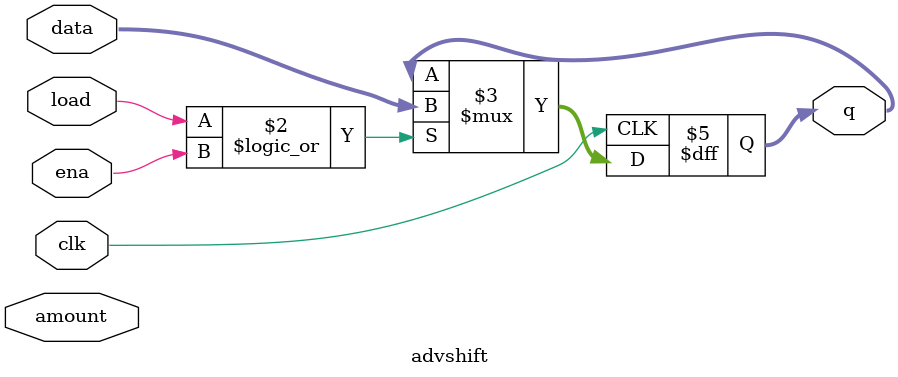
<source format=v>
module advshift(input clk,
input load,
input ena,
input [1:0] amount,
input [63:0] data,
output reg [63:0] q); 
// when load is high, assign data[63:0] to shift register q.
// if ena is high, shift q.
// amount: Chooses which direction and how much to shift.
// 2'b00: shift left by 1 bit.
// 2'b01: shift left by 8 bits.
// 2'b10: shift right by 1 bit.
// 2'b11: shift right by 8 bits.


always @ (posedge clk)
begin
 if (load || ena)
 q <= data;
end 

endmodule

</source>
